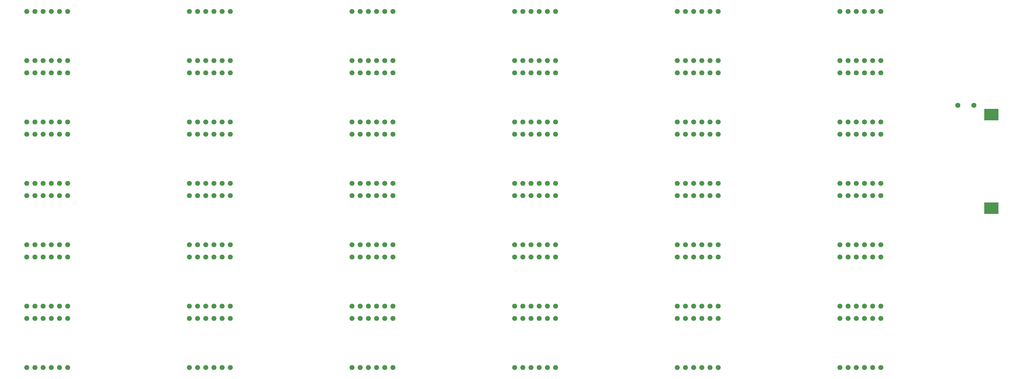
<source format=gbp>
%TF.GenerationSoftware,KiCad,Pcbnew,5.1.12-84ad8e8a86~92~ubuntu20.04.1*%
%TF.CreationDate,2022-07-11T23:01:20-05:00*%
%TF.ProjectId,kilosegment_clock,6b696c6f-7365-4676-9d65-6e745f636c6f,rev?*%
%TF.SameCoordinates,Original*%
%TF.FileFunction,Paste,Bot*%
%TF.FilePolarity,Positive*%
%FSLAX46Y46*%
G04 Gerber Fmt 4.6, Leading zero omitted, Abs format (unit mm)*
G04 Created by KiCad (PCBNEW 5.1.12-84ad8e8a86~92~ubuntu20.04.1) date 2022-07-11 23:01:20*
%MOMM*%
%LPD*%
G01*
G04 APERTURE LIST*
%ADD10C,1.550000*%
%ADD11R,4.500000X3.600000*%
%ADD12C,1.600000*%
G04 APERTURE END LIST*
D10*
%TO.C,D38*%
X324600000Y-141740000D03*
X322060000Y-141740000D03*
X319520000Y-141740000D03*
X327140000Y-141740000D03*
X316980000Y-141740000D03*
X329680000Y-141740000D03*
X316980000Y-126500000D03*
X329680000Y-126500000D03*
X327140000Y-126500000D03*
X324600000Y-126500000D03*
X319520000Y-126500000D03*
X322060000Y-126500000D03*
%TD*%
%TO.C,D37*%
X274150000Y-141740000D03*
X271610000Y-141740000D03*
X269070000Y-141740000D03*
X276690000Y-141740000D03*
X266530000Y-141740000D03*
X279230000Y-141740000D03*
X266530000Y-126500000D03*
X279230000Y-126500000D03*
X276690000Y-126500000D03*
X274150000Y-126500000D03*
X269070000Y-126500000D03*
X271610000Y-126500000D03*
%TD*%
%TO.C,D36*%
X324600000Y-122690000D03*
X322060000Y-122690000D03*
X319520000Y-122690000D03*
X327140000Y-122690000D03*
X316980000Y-122690000D03*
X329680000Y-122690000D03*
X316980000Y-107450000D03*
X329680000Y-107450000D03*
X327140000Y-107450000D03*
X324600000Y-107450000D03*
X319520000Y-107450000D03*
X322060000Y-107450000D03*
%TD*%
%TO.C,D35*%
X274150000Y-122690000D03*
X271610000Y-122690000D03*
X269070000Y-122690000D03*
X276690000Y-122690000D03*
X266530000Y-122690000D03*
X279230000Y-122690000D03*
X266530000Y-107450000D03*
X279230000Y-107450000D03*
X276690000Y-107450000D03*
X274150000Y-107450000D03*
X269070000Y-107450000D03*
X271610000Y-107450000D03*
%TD*%
%TO.C,D34*%
X324600000Y-103640000D03*
X322060000Y-103640000D03*
X319520000Y-103640000D03*
X327140000Y-103640000D03*
X316980000Y-103640000D03*
X329680000Y-103640000D03*
X316980000Y-88400000D03*
X329680000Y-88400000D03*
X327140000Y-88400000D03*
X324600000Y-88400000D03*
X319520000Y-88400000D03*
X322060000Y-88400000D03*
%TD*%
%TO.C,D33*%
X274150000Y-103640000D03*
X271610000Y-103640000D03*
X269070000Y-103640000D03*
X276690000Y-103640000D03*
X266530000Y-103640000D03*
X279230000Y-103640000D03*
X266530000Y-88400000D03*
X279230000Y-88400000D03*
X276690000Y-88400000D03*
X274150000Y-88400000D03*
X269070000Y-88400000D03*
X271610000Y-88400000D03*
%TD*%
%TO.C,D32*%
X324600000Y-84590000D03*
X322060000Y-84590000D03*
X319520000Y-84590000D03*
X327140000Y-84590000D03*
X316980000Y-84590000D03*
X329680000Y-84590000D03*
X316980000Y-69350000D03*
X329680000Y-69350000D03*
X327140000Y-69350000D03*
X324600000Y-69350000D03*
X319520000Y-69350000D03*
X322060000Y-69350000D03*
%TD*%
%TO.C,D31*%
X274150000Y-84590000D03*
X271610000Y-84590000D03*
X269070000Y-84590000D03*
X276690000Y-84590000D03*
X266530000Y-84590000D03*
X279230000Y-84590000D03*
X266530000Y-69350000D03*
X279230000Y-69350000D03*
X276690000Y-69350000D03*
X274150000Y-69350000D03*
X269070000Y-69350000D03*
X271610000Y-69350000D03*
%TD*%
%TO.C,D30*%
X324600000Y-65540000D03*
X322060000Y-65540000D03*
X319520000Y-65540000D03*
X327140000Y-65540000D03*
X316980000Y-65540000D03*
X329680000Y-65540000D03*
X316980000Y-50300000D03*
X329680000Y-50300000D03*
X327140000Y-50300000D03*
X324600000Y-50300000D03*
X319520000Y-50300000D03*
X322060000Y-50300000D03*
%TD*%
%TO.C,D29*%
X274150000Y-65540000D03*
X271610000Y-65540000D03*
X269070000Y-65540000D03*
X276690000Y-65540000D03*
X266530000Y-65540000D03*
X279230000Y-65540000D03*
X266530000Y-50300000D03*
X279230000Y-50300000D03*
X276690000Y-50300000D03*
X274150000Y-50300000D03*
X269070000Y-50300000D03*
X271610000Y-50300000D03*
%TD*%
%TO.C,D28*%
X324600000Y-46490000D03*
X322060000Y-46490000D03*
X319520000Y-46490000D03*
X327140000Y-46490000D03*
X316980000Y-46490000D03*
X329680000Y-46490000D03*
X316980000Y-31250000D03*
X329680000Y-31250000D03*
X327140000Y-31250000D03*
X324600000Y-31250000D03*
X319520000Y-31250000D03*
X322060000Y-31250000D03*
%TD*%
%TO.C,D27*%
X274150000Y-46490000D03*
X271610000Y-46490000D03*
X269070000Y-46490000D03*
X276690000Y-46490000D03*
X266530000Y-46490000D03*
X279230000Y-46490000D03*
X266530000Y-31250000D03*
X279230000Y-31250000D03*
X276690000Y-31250000D03*
X274150000Y-31250000D03*
X269070000Y-31250000D03*
X271610000Y-31250000D03*
%TD*%
%TO.C,D26*%
X223700000Y-141740000D03*
X221160000Y-141740000D03*
X218620000Y-141740000D03*
X226240000Y-141740000D03*
X216080000Y-141740000D03*
X228780000Y-141740000D03*
X216080000Y-126500000D03*
X228780000Y-126500000D03*
X226240000Y-126500000D03*
X223700000Y-126500000D03*
X218620000Y-126500000D03*
X221160000Y-126500000D03*
%TD*%
%TO.C,D25*%
X173250000Y-141740000D03*
X170710000Y-141740000D03*
X168170000Y-141740000D03*
X175790000Y-141740000D03*
X165630000Y-141740000D03*
X178330000Y-141740000D03*
X165630000Y-126500000D03*
X178330000Y-126500000D03*
X175790000Y-126500000D03*
X173250000Y-126500000D03*
X168170000Y-126500000D03*
X170710000Y-126500000D03*
%TD*%
%TO.C,D24*%
X122800000Y-141740000D03*
X120260000Y-141740000D03*
X117720000Y-141740000D03*
X125340000Y-141740000D03*
X115180000Y-141740000D03*
X127880000Y-141740000D03*
X115180000Y-126500000D03*
X127880000Y-126500000D03*
X125340000Y-126500000D03*
X122800000Y-126500000D03*
X117720000Y-126500000D03*
X120260000Y-126500000D03*
%TD*%
%TO.C,D23*%
X72350000Y-141740000D03*
X69810000Y-141740000D03*
X67270000Y-141740000D03*
X74890000Y-141740000D03*
X64730000Y-141740000D03*
X77430000Y-141740000D03*
X64730000Y-126500000D03*
X77430000Y-126500000D03*
X74890000Y-126500000D03*
X72350000Y-126500000D03*
X67270000Y-126500000D03*
X69810000Y-126500000D03*
%TD*%
%TO.C,D22*%
X223700000Y-122690000D03*
X221160000Y-122690000D03*
X218620000Y-122690000D03*
X226240000Y-122690000D03*
X216080000Y-122690000D03*
X228780000Y-122690000D03*
X216080000Y-107450000D03*
X228780000Y-107450000D03*
X226240000Y-107450000D03*
X223700000Y-107450000D03*
X218620000Y-107450000D03*
X221160000Y-107450000D03*
%TD*%
%TO.C,D21*%
X173250000Y-122690000D03*
X170710000Y-122690000D03*
X168170000Y-122690000D03*
X175790000Y-122690000D03*
X165630000Y-122690000D03*
X178330000Y-122690000D03*
X165630000Y-107450000D03*
X178330000Y-107450000D03*
X175790000Y-107450000D03*
X173250000Y-107450000D03*
X168170000Y-107450000D03*
X170710000Y-107450000D03*
%TD*%
%TO.C,D20*%
X122800000Y-122690000D03*
X120260000Y-122690000D03*
X117720000Y-122690000D03*
X125340000Y-122690000D03*
X115180000Y-122690000D03*
X127880000Y-122690000D03*
X115180000Y-107450000D03*
X127880000Y-107450000D03*
X125340000Y-107450000D03*
X122800000Y-107450000D03*
X117720000Y-107450000D03*
X120260000Y-107450000D03*
%TD*%
%TO.C,D19*%
X72350000Y-122690000D03*
X69810000Y-122690000D03*
X67270000Y-122690000D03*
X74890000Y-122690000D03*
X64730000Y-122690000D03*
X77430000Y-122690000D03*
X64730000Y-107450000D03*
X77430000Y-107450000D03*
X74890000Y-107450000D03*
X72350000Y-107450000D03*
X67270000Y-107450000D03*
X69810000Y-107450000D03*
%TD*%
%TO.C,D18*%
X223700000Y-103640000D03*
X221160000Y-103640000D03*
X218620000Y-103640000D03*
X226240000Y-103640000D03*
X216080000Y-103640000D03*
X228780000Y-103640000D03*
X216080000Y-88400000D03*
X228780000Y-88400000D03*
X226240000Y-88400000D03*
X223700000Y-88400000D03*
X218620000Y-88400000D03*
X221160000Y-88400000D03*
%TD*%
%TO.C,D17*%
X173250000Y-103640000D03*
X170710000Y-103640000D03*
X168170000Y-103640000D03*
X175790000Y-103640000D03*
X165630000Y-103640000D03*
X178330000Y-103640000D03*
X165630000Y-88400000D03*
X178330000Y-88400000D03*
X175790000Y-88400000D03*
X173250000Y-88400000D03*
X168170000Y-88400000D03*
X170710000Y-88400000D03*
%TD*%
%TO.C,D16*%
X122800000Y-103640000D03*
X120260000Y-103640000D03*
X117720000Y-103640000D03*
X125340000Y-103640000D03*
X115180000Y-103640000D03*
X127880000Y-103640000D03*
X115180000Y-88400000D03*
X127880000Y-88400000D03*
X125340000Y-88400000D03*
X122800000Y-88400000D03*
X117720000Y-88400000D03*
X120260000Y-88400000D03*
%TD*%
%TO.C,D15*%
X72350000Y-103640000D03*
X69810000Y-103640000D03*
X67270000Y-103640000D03*
X74890000Y-103640000D03*
X64730000Y-103640000D03*
X77430000Y-103640000D03*
X64730000Y-88400000D03*
X77430000Y-88400000D03*
X74890000Y-88400000D03*
X72350000Y-88400000D03*
X67270000Y-88400000D03*
X69810000Y-88400000D03*
%TD*%
%TO.C,D14*%
X223700000Y-84590000D03*
X221160000Y-84590000D03*
X218620000Y-84590000D03*
X226240000Y-84590000D03*
X216080000Y-84590000D03*
X228780000Y-84590000D03*
X216080000Y-69350000D03*
X228780000Y-69350000D03*
X226240000Y-69350000D03*
X223700000Y-69350000D03*
X218620000Y-69350000D03*
X221160000Y-69350000D03*
%TD*%
%TO.C,D13*%
X173250000Y-84590000D03*
X170710000Y-84590000D03*
X168170000Y-84590000D03*
X175790000Y-84590000D03*
X165630000Y-84590000D03*
X178330000Y-84590000D03*
X165630000Y-69350000D03*
X178330000Y-69350000D03*
X175790000Y-69350000D03*
X173250000Y-69350000D03*
X168170000Y-69350000D03*
X170710000Y-69350000D03*
%TD*%
%TO.C,D12*%
X122800000Y-84590000D03*
X120260000Y-84590000D03*
X117720000Y-84590000D03*
X125340000Y-84590000D03*
X115180000Y-84590000D03*
X127880000Y-84590000D03*
X115180000Y-69350000D03*
X127880000Y-69350000D03*
X125340000Y-69350000D03*
X122800000Y-69350000D03*
X117720000Y-69350000D03*
X120260000Y-69350000D03*
%TD*%
%TO.C,D11*%
X72350000Y-84590000D03*
X69810000Y-84590000D03*
X67270000Y-84590000D03*
X74890000Y-84590000D03*
X64730000Y-84590000D03*
X77430000Y-84590000D03*
X64730000Y-69350000D03*
X77430000Y-69350000D03*
X74890000Y-69350000D03*
X72350000Y-69350000D03*
X67270000Y-69350000D03*
X69810000Y-69350000D03*
%TD*%
%TO.C,D10*%
X223700000Y-65540000D03*
X221160000Y-65540000D03*
X218620000Y-65540000D03*
X226240000Y-65540000D03*
X216080000Y-65540000D03*
X228780000Y-65540000D03*
X216080000Y-50300000D03*
X228780000Y-50300000D03*
X226240000Y-50300000D03*
X223700000Y-50300000D03*
X218620000Y-50300000D03*
X221160000Y-50300000D03*
%TD*%
%TO.C,D9*%
X173250000Y-65540000D03*
X170710000Y-65540000D03*
X168170000Y-65540000D03*
X175790000Y-65540000D03*
X165630000Y-65540000D03*
X178330000Y-65540000D03*
X165630000Y-50300000D03*
X178330000Y-50300000D03*
X175790000Y-50300000D03*
X173250000Y-50300000D03*
X168170000Y-50300000D03*
X170710000Y-50300000D03*
%TD*%
%TO.C,D8*%
X122800000Y-65540000D03*
X120260000Y-65540000D03*
X117720000Y-65540000D03*
X125340000Y-65540000D03*
X115180000Y-65540000D03*
X127880000Y-65540000D03*
X115180000Y-50300000D03*
X127880000Y-50300000D03*
X125340000Y-50300000D03*
X122800000Y-50300000D03*
X117720000Y-50300000D03*
X120260000Y-50300000D03*
%TD*%
%TO.C,D7*%
X72350000Y-65540000D03*
X69810000Y-65540000D03*
X67270000Y-65540000D03*
X74890000Y-65540000D03*
X64730000Y-65540000D03*
X77430000Y-65540000D03*
X64730000Y-50300000D03*
X77430000Y-50300000D03*
X74890000Y-50300000D03*
X72350000Y-50300000D03*
X67270000Y-50300000D03*
X69810000Y-50300000D03*
%TD*%
%TO.C,D6*%
X223700000Y-46490000D03*
X221160000Y-46490000D03*
X218620000Y-46490000D03*
X226240000Y-46490000D03*
X216080000Y-46490000D03*
X228780000Y-46490000D03*
X216080000Y-31250000D03*
X228780000Y-31250000D03*
X226240000Y-31250000D03*
X223700000Y-31250000D03*
X218620000Y-31250000D03*
X221160000Y-31250000D03*
%TD*%
%TO.C,D5*%
X173250000Y-46490000D03*
X170710000Y-46490000D03*
X168170000Y-46490000D03*
X175790000Y-46490000D03*
X165630000Y-46490000D03*
X178330000Y-46490000D03*
X165630000Y-31250000D03*
X178330000Y-31250000D03*
X175790000Y-31250000D03*
X173250000Y-31250000D03*
X168170000Y-31250000D03*
X170710000Y-31250000D03*
%TD*%
%TO.C,D4*%
X122800000Y-46490000D03*
X120260000Y-46490000D03*
X117720000Y-46490000D03*
X125340000Y-46490000D03*
X115180000Y-46490000D03*
X127880000Y-46490000D03*
X115180000Y-31250000D03*
X127880000Y-31250000D03*
X125340000Y-31250000D03*
X122800000Y-31250000D03*
X117720000Y-31250000D03*
X120260000Y-31250000D03*
%TD*%
%TO.C,D3*%
X72350000Y-46490000D03*
X69810000Y-46490000D03*
X67270000Y-46490000D03*
X74890000Y-46490000D03*
X64730000Y-46490000D03*
X77430000Y-46490000D03*
X64730000Y-31250000D03*
X77430000Y-31250000D03*
X74890000Y-31250000D03*
X72350000Y-31250000D03*
X67270000Y-31250000D03*
X69810000Y-31250000D03*
%TD*%
D11*
%TO.C,BT1*%
X364000000Y-63300000D03*
X364000000Y-92300000D03*
%TD*%
D12*
%TO.C,LS1*%
X353550000Y-60430000D03*
X358550000Y-60430000D03*
%TD*%
M02*

</source>
